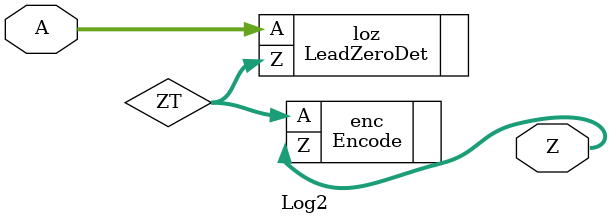
<source format=sv>

module Log2 #(
    parameter int width = 8,     // word width
    parameter int speed = 2  // performance parameter
) (
    input logic [width-1:0] A,  // operand
    output logic [$clog2(width)-1:0] Z  // result
);

    logic [width-1:0] ZT;  // temp.

    // leading zero detection (i.e. most significant '1')
    LeadZeroDet #(width, speed) loz (
        .A(A),
        .Z(ZT)
    );

    // binary encode
    Encode #(width) enc (
        .A(ZT),
        .Z(Z)
    );

endmodule
</source>
